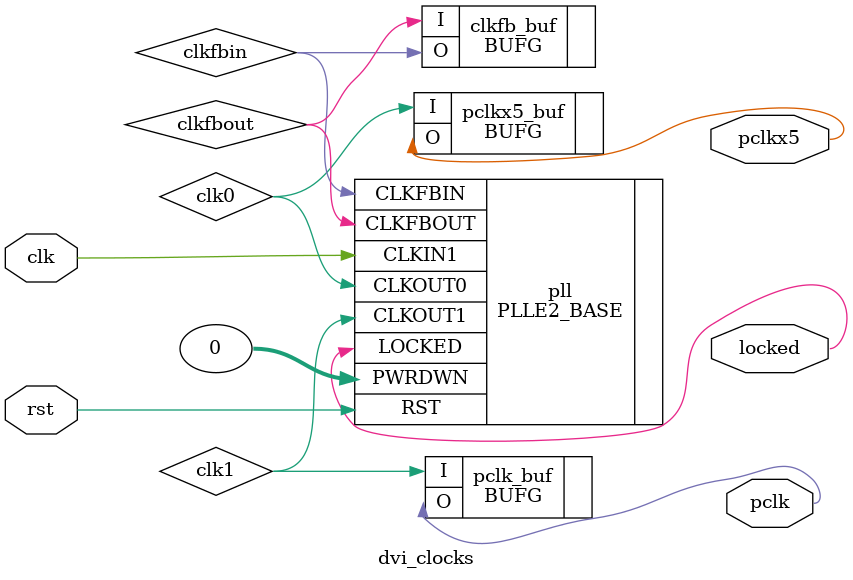
<source format=v>
/**
    "name": "DVI Clocks"
    "description": "Uses a PLLE2_BASE to generate x1 and x5 clocks for DVI modules."
    "supportedBoards" : ["Au", "Au+", "AuV2", "PtV2"]
    **/
/******************************************************************************

    The MIT License (MIT)

    Copyright (c) 2026 Alchitry

    Permission is hereby granted, free of charge, to any person obtaining a copy
    of this software and associated documentation files (the "Software"), to deal
    in the Software without restriction, including without limitation the rights
    to use, copy, modify, merge, publish, distribute, sublicense, and/or sell
    copies of the Software, and to permit persons to whom the Software is
    furnished to do so, subject to the following conditions:

    The above copyright notice and this permission notice shall be included in
    all copies or substantial portions of the Software.

    THE SOFTWARE IS PROVIDED "AS IS", WITHOUT WARRANTY OF ANY KIND, EXPRESS OR
    IMPLIED, INCLUDING BUT NOT LIMITED TO THE WARRANTIES OF MERCHANTABILITY,
    FITNESS FOR A PARTICULAR PURPOSE AND NONINFRINGEMENT. IN NO EVENT SHALL THE
    AUTHORS OR COPYRIGHT HOLDERS BE LIABLE FOR ANY CLAIM, DAMAGES OR OTHER
    LIABILITY, WHETHER IN AN ACTION OF CONTRACT, TORT OR OTHERWISE, ARISING FROM,
    OUT OF OR IN CONNECTION WITH THE SOFTWARE OR THE USE OR OTHER DEALINGS IN
    THE SOFTWARE.

    *****************************************************************************

    Generates x1 and x5 clocks to be used with DVI modules.

    See: https://docs.amd.com/r/en-US/ug953-vivado-7series-libraries/PLLE2_BASE
         https://docs.amd.com/r/en-US/ug953-vivado-7series-libraries/BUFG
         https://docs.amd.com/v/u/en-US/ds181_Artix_7_Data_Sheet
*/
module dvi_clocks #(
    parameter CLK_FREQ = 75000000
)(
    input clk,
    input rst,
    output pclk,
    output pclkx5,
    output locked
);

    wire clkfbin;
    wire clkfbout;
    wire clk0, clk1, clk2;

    localparam CLK_MULT = (160000000 - 1) / CLK_FREQ + 1; // 800MHz <= 5 * CLK_MULT * CLK_FREQ <= 1600MHz

    PLLE2_BASE #(
        .CLKIN1_PERIOD(1000000000/CLK_FREQ), // nano seconds
        .CLKFBOUT_MULT(5 * CLK_MULT),
        .CLKOUT0_DIVIDE(1 * CLK_MULT),
        .CLKOUT1_DIVIDE(5 * CLK_MULT),
        // phase shift the clocks -45 degree with respect to CLKOUT0 to help with timing
        .CLKFBOUT_PHASE(45.0 / 5.0 * 5.0 * CLK_MULT) // must be multiple of (45 / CLKFBOUT_MULT)
    ) pll (
        .CLKFBIN(clkfbin),
        .CLKIN1(clk),
        .RST(rst),
        .PWRDWN(0),
        .CLKFBOUT(clkfbout),
        .CLKOUT0(clk0),
        .CLKOUT1(clk1),
        .LOCKED(locked)
    );

    BUFG clkfb_buf(.I(clkfbout), .O(clkfbin));
    BUFG pclk_buf(.I(clk1), .O(pclk));
    BUFG pclkx5_buf(.I(clk0), .O(pclkx5));

endmodule
</source>
